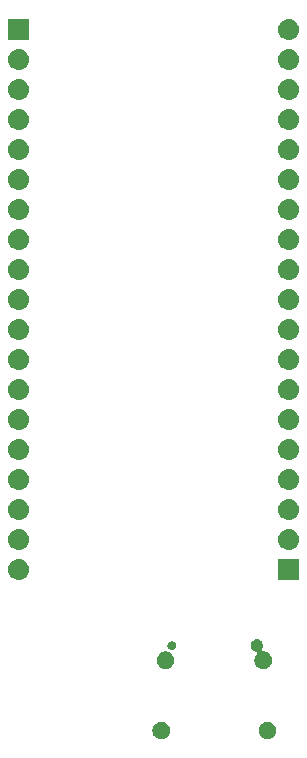
<source format=gbs>
G04 #@! TF.GenerationSoftware,KiCad,Pcbnew,(5.1.4-0-10_14)*
G04 #@! TF.CreationDate,2019-11-09T17:54:15-08:00*
G04 #@! TF.ProjectId,esp32-generic-board,65737033-322d-4676-956e-657269632d62,rev?*
G04 #@! TF.SameCoordinates,Original*
G04 #@! TF.FileFunction,Soldermask,Bot*
G04 #@! TF.FilePolarity,Negative*
%FSLAX46Y46*%
G04 Gerber Fmt 4.6, Leading zero omitted, Abs format (unit mm)*
G04 Created by KiCad (PCBNEW (5.1.4-0-10_14)) date 2019-11-09 17:54:15*
%MOMM*%
%LPD*%
G04 APERTURE LIST*
%ADD10C,0.100000*%
G04 APERTURE END LIST*
D10*
G36*
X22552559Y-59902860D02*
G01*
X22689232Y-59959472D01*
X22812235Y-60041660D01*
X22916840Y-60146265D01*
X22999028Y-60269268D01*
X23055640Y-60405941D01*
X23084500Y-60551033D01*
X23084500Y-60698967D01*
X23055640Y-60844059D01*
X22999028Y-60980732D01*
X22916840Y-61103735D01*
X22812235Y-61208340D01*
X22689232Y-61290528D01*
X22689231Y-61290529D01*
X22689230Y-61290529D01*
X22552559Y-61347140D01*
X22407468Y-61376000D01*
X22259532Y-61376000D01*
X22114441Y-61347140D01*
X21977770Y-61290529D01*
X21977769Y-61290529D01*
X21977768Y-61290528D01*
X21854765Y-61208340D01*
X21750160Y-61103735D01*
X21667972Y-60980732D01*
X21611360Y-60844059D01*
X21582500Y-60698967D01*
X21582500Y-60551033D01*
X21611360Y-60405941D01*
X21667972Y-60269268D01*
X21750160Y-60146265D01*
X21854765Y-60041660D01*
X21977768Y-59959472D01*
X22114441Y-59902860D01*
X22259532Y-59874000D01*
X22407468Y-59874000D01*
X22552559Y-59902860D01*
X22552559Y-59902860D01*
G37*
G36*
X13572559Y-59902860D02*
G01*
X13709232Y-59959472D01*
X13832235Y-60041660D01*
X13936840Y-60146265D01*
X14019028Y-60269268D01*
X14075640Y-60405941D01*
X14104500Y-60551033D01*
X14104500Y-60698967D01*
X14075640Y-60844059D01*
X14019028Y-60980732D01*
X13936840Y-61103735D01*
X13832235Y-61208340D01*
X13709232Y-61290528D01*
X13709231Y-61290529D01*
X13709230Y-61290529D01*
X13572559Y-61347140D01*
X13427468Y-61376000D01*
X13279532Y-61376000D01*
X13134441Y-61347140D01*
X12997770Y-61290529D01*
X12997769Y-61290529D01*
X12997768Y-61290528D01*
X12874765Y-61208340D01*
X12770160Y-61103735D01*
X12687972Y-60980732D01*
X12631360Y-60844059D01*
X12602500Y-60698967D01*
X12602500Y-60551033D01*
X12631360Y-60405941D01*
X12687972Y-60269268D01*
X12770160Y-60146265D01*
X12874765Y-60041660D01*
X12997768Y-59959472D01*
X13134441Y-59902860D01*
X13279532Y-59874000D01*
X13427468Y-59874000D01*
X13572559Y-59902860D01*
X13572559Y-59902860D01*
G37*
G36*
X21596928Y-52919213D02*
G01*
X21692653Y-52958864D01*
X21778805Y-53016429D01*
X21852071Y-53089695D01*
X21909636Y-53175847D01*
X21949287Y-53271572D01*
X21969500Y-53373192D01*
X21969500Y-53476808D01*
X21949287Y-53578428D01*
X21909635Y-53674156D01*
X21872618Y-53729556D01*
X21861067Y-53751166D01*
X21853954Y-53774615D01*
X21851552Y-53799001D01*
X21853954Y-53823387D01*
X21861067Y-53846836D01*
X21872618Y-53868447D01*
X21888164Y-53887389D01*
X21907106Y-53902934D01*
X21928716Y-53914485D01*
X21952165Y-53921598D01*
X21976551Y-53924000D01*
X22047468Y-53924000D01*
X22192559Y-53952860D01*
X22303869Y-53998966D01*
X22329232Y-54009472D01*
X22452235Y-54091660D01*
X22556840Y-54196265D01*
X22639028Y-54319268D01*
X22695640Y-54455941D01*
X22724500Y-54601033D01*
X22724500Y-54748967D01*
X22695640Y-54894059D01*
X22639028Y-55030732D01*
X22556840Y-55153735D01*
X22452235Y-55258340D01*
X22329232Y-55340528D01*
X22329231Y-55340529D01*
X22329230Y-55340529D01*
X22192559Y-55397140D01*
X22047468Y-55426000D01*
X21899532Y-55426000D01*
X21754441Y-55397140D01*
X21617770Y-55340529D01*
X21617769Y-55340529D01*
X21617768Y-55340528D01*
X21494765Y-55258340D01*
X21390160Y-55153735D01*
X21307972Y-55030732D01*
X21251360Y-54894059D01*
X21222500Y-54748967D01*
X21222500Y-54601033D01*
X21251360Y-54455941D01*
X21307972Y-54319268D01*
X21390160Y-54196265D01*
X21429631Y-54156794D01*
X21445171Y-54137858D01*
X21456722Y-54116247D01*
X21463835Y-54092798D01*
X21466237Y-54068412D01*
X21463835Y-54044026D01*
X21456722Y-54020577D01*
X21445171Y-53998966D01*
X21429626Y-53980024D01*
X21410684Y-53964479D01*
X21389073Y-53952928D01*
X21365624Y-53945815D01*
X21290073Y-53930787D01*
X21194347Y-53891136D01*
X21108195Y-53833571D01*
X21034929Y-53760305D01*
X20977364Y-53674153D01*
X20937713Y-53578428D01*
X20917500Y-53476808D01*
X20917500Y-53373192D01*
X20937713Y-53271572D01*
X20977364Y-53175847D01*
X21034929Y-53089695D01*
X21108195Y-53016429D01*
X21194347Y-52958864D01*
X21290072Y-52919213D01*
X21391692Y-52899000D01*
X21495308Y-52899000D01*
X21596928Y-52919213D01*
X21596928Y-52919213D01*
G37*
G36*
X14033763Y-53918960D02*
G01*
X14036165Y-53943346D01*
X14043278Y-53966795D01*
X14054830Y-53988406D01*
X14070375Y-54007347D01*
X14089314Y-54022890D01*
X14192235Y-54091660D01*
X14296840Y-54196265D01*
X14379028Y-54319268D01*
X14435640Y-54455941D01*
X14464500Y-54601033D01*
X14464500Y-54748967D01*
X14435640Y-54894059D01*
X14379028Y-55030732D01*
X14296840Y-55153735D01*
X14192235Y-55258340D01*
X14069232Y-55340528D01*
X14069231Y-55340529D01*
X14069230Y-55340529D01*
X13932559Y-55397140D01*
X13787468Y-55426000D01*
X13639532Y-55426000D01*
X13494441Y-55397140D01*
X13357770Y-55340529D01*
X13357769Y-55340529D01*
X13357768Y-55340528D01*
X13234765Y-55258340D01*
X13130160Y-55153735D01*
X13047972Y-55030732D01*
X12991360Y-54894059D01*
X12962500Y-54748967D01*
X12962500Y-54601033D01*
X12991360Y-54455941D01*
X13047972Y-54319268D01*
X13130160Y-54196265D01*
X13234765Y-54091660D01*
X13357768Y-54009472D01*
X13383132Y-53998966D01*
X13494441Y-53952860D01*
X13639532Y-53924000D01*
X13787468Y-53924000D01*
X13920172Y-53950396D01*
X13944558Y-53952798D01*
X13968945Y-53950396D01*
X13992393Y-53943283D01*
X14014004Y-53931732D01*
X14032946Y-53916186D01*
X14034185Y-53914676D01*
X14033763Y-53918960D01*
X14033763Y-53918960D01*
G37*
G36*
X14353172Y-53063449D02*
G01*
X14353174Y-53063450D01*
X14353175Y-53063450D01*
X14421603Y-53091793D01*
X14483186Y-53132942D01*
X14535558Y-53185314D01*
X14576707Y-53246897D01*
X14586927Y-53271572D01*
X14605051Y-53315328D01*
X14619500Y-53387966D01*
X14619500Y-53462034D01*
X14616562Y-53476806D01*
X14605050Y-53534675D01*
X14576707Y-53603103D01*
X14535558Y-53664686D01*
X14483186Y-53717058D01*
X14421603Y-53758207D01*
X14353175Y-53786550D01*
X14353174Y-53786550D01*
X14353172Y-53786551D01*
X14280534Y-53801000D01*
X14206465Y-53801000D01*
X14183147Y-53796362D01*
X14158761Y-53793960D01*
X14134375Y-53796362D01*
X14110926Y-53803475D01*
X14089315Y-53815027D01*
X14070374Y-53830572D01*
X14069135Y-53832082D01*
X14069557Y-53827799D01*
X14067155Y-53803412D01*
X14060042Y-53779964D01*
X14048491Y-53758353D01*
X14032945Y-53739411D01*
X14014003Y-53723866D01*
X14003817Y-53717060D01*
X14003814Y-53717058D01*
X13951442Y-53664686D01*
X13910293Y-53603103D01*
X13881950Y-53534675D01*
X13870439Y-53476806D01*
X13867500Y-53462034D01*
X13867500Y-53387966D01*
X13881949Y-53315328D01*
X13900073Y-53271572D01*
X13910293Y-53246897D01*
X13951442Y-53185314D01*
X14003814Y-53132942D01*
X14065397Y-53091793D01*
X14133825Y-53063450D01*
X14133826Y-53063450D01*
X14133828Y-53063449D01*
X14206466Y-53049000D01*
X14280534Y-53049000D01*
X14353172Y-53063449D01*
X14353172Y-53063449D01*
G37*
G36*
X25031000Y-47891000D02*
G01*
X23229000Y-47891000D01*
X23229000Y-46089000D01*
X25031000Y-46089000D01*
X25031000Y-47891000D01*
X25031000Y-47891000D01*
G37*
G36*
X1380442Y-46095518D02*
G01*
X1446627Y-46102037D01*
X1616466Y-46153557D01*
X1772991Y-46237222D01*
X1808729Y-46266552D01*
X1910186Y-46349814D01*
X1993448Y-46451271D01*
X2022778Y-46487009D01*
X2106443Y-46643534D01*
X2157963Y-46813373D01*
X2175359Y-46990000D01*
X2157963Y-47166627D01*
X2106443Y-47336466D01*
X2022778Y-47492991D01*
X1993448Y-47528729D01*
X1910186Y-47630186D01*
X1808729Y-47713448D01*
X1772991Y-47742778D01*
X1616466Y-47826443D01*
X1446627Y-47877963D01*
X1380443Y-47884481D01*
X1314260Y-47891000D01*
X1225740Y-47891000D01*
X1159557Y-47884481D01*
X1093373Y-47877963D01*
X923534Y-47826443D01*
X767009Y-47742778D01*
X731271Y-47713448D01*
X629814Y-47630186D01*
X546552Y-47528729D01*
X517222Y-47492991D01*
X433557Y-47336466D01*
X382037Y-47166627D01*
X364641Y-46990000D01*
X382037Y-46813373D01*
X433557Y-46643534D01*
X517222Y-46487009D01*
X546552Y-46451271D01*
X629814Y-46349814D01*
X731271Y-46266552D01*
X767009Y-46237222D01*
X923534Y-46153557D01*
X1093373Y-46102037D01*
X1159558Y-46095518D01*
X1225740Y-46089000D01*
X1314260Y-46089000D01*
X1380442Y-46095518D01*
X1380442Y-46095518D01*
G37*
G36*
X1380443Y-43555519D02*
G01*
X1446627Y-43562037D01*
X1616466Y-43613557D01*
X1772991Y-43697222D01*
X1808729Y-43726552D01*
X1910186Y-43809814D01*
X1993448Y-43911271D01*
X2022778Y-43947009D01*
X2106443Y-44103534D01*
X2157963Y-44273373D01*
X2175359Y-44450000D01*
X2157963Y-44626627D01*
X2106443Y-44796466D01*
X2022778Y-44952991D01*
X1993448Y-44988729D01*
X1910186Y-45090186D01*
X1808729Y-45173448D01*
X1772991Y-45202778D01*
X1616466Y-45286443D01*
X1446627Y-45337963D01*
X1380442Y-45344482D01*
X1314260Y-45351000D01*
X1225740Y-45351000D01*
X1159558Y-45344482D01*
X1093373Y-45337963D01*
X923534Y-45286443D01*
X767009Y-45202778D01*
X731271Y-45173448D01*
X629814Y-45090186D01*
X546552Y-44988729D01*
X517222Y-44952991D01*
X433557Y-44796466D01*
X382037Y-44626627D01*
X364641Y-44450000D01*
X382037Y-44273373D01*
X433557Y-44103534D01*
X517222Y-43947009D01*
X546552Y-43911271D01*
X629814Y-43809814D01*
X731271Y-43726552D01*
X767009Y-43697222D01*
X923534Y-43613557D01*
X1093373Y-43562037D01*
X1159557Y-43555519D01*
X1225740Y-43549000D01*
X1314260Y-43549000D01*
X1380443Y-43555519D01*
X1380443Y-43555519D01*
G37*
G36*
X24240443Y-43555519D02*
G01*
X24306627Y-43562037D01*
X24476466Y-43613557D01*
X24632991Y-43697222D01*
X24668729Y-43726552D01*
X24770186Y-43809814D01*
X24853448Y-43911271D01*
X24882778Y-43947009D01*
X24966443Y-44103534D01*
X25017963Y-44273373D01*
X25035359Y-44450000D01*
X25017963Y-44626627D01*
X24966443Y-44796466D01*
X24882778Y-44952991D01*
X24853448Y-44988729D01*
X24770186Y-45090186D01*
X24668729Y-45173448D01*
X24632991Y-45202778D01*
X24476466Y-45286443D01*
X24306627Y-45337963D01*
X24240442Y-45344482D01*
X24174260Y-45351000D01*
X24085740Y-45351000D01*
X24019558Y-45344482D01*
X23953373Y-45337963D01*
X23783534Y-45286443D01*
X23627009Y-45202778D01*
X23591271Y-45173448D01*
X23489814Y-45090186D01*
X23406552Y-44988729D01*
X23377222Y-44952991D01*
X23293557Y-44796466D01*
X23242037Y-44626627D01*
X23224641Y-44450000D01*
X23242037Y-44273373D01*
X23293557Y-44103534D01*
X23377222Y-43947009D01*
X23406552Y-43911271D01*
X23489814Y-43809814D01*
X23591271Y-43726552D01*
X23627009Y-43697222D01*
X23783534Y-43613557D01*
X23953373Y-43562037D01*
X24019557Y-43555519D01*
X24085740Y-43549000D01*
X24174260Y-43549000D01*
X24240443Y-43555519D01*
X24240443Y-43555519D01*
G37*
G36*
X1380442Y-41015518D02*
G01*
X1446627Y-41022037D01*
X1616466Y-41073557D01*
X1772991Y-41157222D01*
X1808729Y-41186552D01*
X1910186Y-41269814D01*
X1993448Y-41371271D01*
X2022778Y-41407009D01*
X2106443Y-41563534D01*
X2157963Y-41733373D01*
X2175359Y-41910000D01*
X2157963Y-42086627D01*
X2106443Y-42256466D01*
X2022778Y-42412991D01*
X1993448Y-42448729D01*
X1910186Y-42550186D01*
X1808729Y-42633448D01*
X1772991Y-42662778D01*
X1616466Y-42746443D01*
X1446627Y-42797963D01*
X1380443Y-42804481D01*
X1314260Y-42811000D01*
X1225740Y-42811000D01*
X1159557Y-42804481D01*
X1093373Y-42797963D01*
X923534Y-42746443D01*
X767009Y-42662778D01*
X731271Y-42633448D01*
X629814Y-42550186D01*
X546552Y-42448729D01*
X517222Y-42412991D01*
X433557Y-42256466D01*
X382037Y-42086627D01*
X364641Y-41910000D01*
X382037Y-41733373D01*
X433557Y-41563534D01*
X517222Y-41407009D01*
X546552Y-41371271D01*
X629814Y-41269814D01*
X731271Y-41186552D01*
X767009Y-41157222D01*
X923534Y-41073557D01*
X1093373Y-41022037D01*
X1159558Y-41015518D01*
X1225740Y-41009000D01*
X1314260Y-41009000D01*
X1380442Y-41015518D01*
X1380442Y-41015518D01*
G37*
G36*
X24240442Y-41015518D02*
G01*
X24306627Y-41022037D01*
X24476466Y-41073557D01*
X24632991Y-41157222D01*
X24668729Y-41186552D01*
X24770186Y-41269814D01*
X24853448Y-41371271D01*
X24882778Y-41407009D01*
X24966443Y-41563534D01*
X25017963Y-41733373D01*
X25035359Y-41910000D01*
X25017963Y-42086627D01*
X24966443Y-42256466D01*
X24882778Y-42412991D01*
X24853448Y-42448729D01*
X24770186Y-42550186D01*
X24668729Y-42633448D01*
X24632991Y-42662778D01*
X24476466Y-42746443D01*
X24306627Y-42797963D01*
X24240443Y-42804481D01*
X24174260Y-42811000D01*
X24085740Y-42811000D01*
X24019557Y-42804481D01*
X23953373Y-42797963D01*
X23783534Y-42746443D01*
X23627009Y-42662778D01*
X23591271Y-42633448D01*
X23489814Y-42550186D01*
X23406552Y-42448729D01*
X23377222Y-42412991D01*
X23293557Y-42256466D01*
X23242037Y-42086627D01*
X23224641Y-41910000D01*
X23242037Y-41733373D01*
X23293557Y-41563534D01*
X23377222Y-41407009D01*
X23406552Y-41371271D01*
X23489814Y-41269814D01*
X23591271Y-41186552D01*
X23627009Y-41157222D01*
X23783534Y-41073557D01*
X23953373Y-41022037D01*
X24019558Y-41015518D01*
X24085740Y-41009000D01*
X24174260Y-41009000D01*
X24240442Y-41015518D01*
X24240442Y-41015518D01*
G37*
G36*
X1380443Y-38475519D02*
G01*
X1446627Y-38482037D01*
X1616466Y-38533557D01*
X1772991Y-38617222D01*
X1808729Y-38646552D01*
X1910186Y-38729814D01*
X1993448Y-38831271D01*
X2022778Y-38867009D01*
X2106443Y-39023534D01*
X2157963Y-39193373D01*
X2175359Y-39370000D01*
X2157963Y-39546627D01*
X2106443Y-39716466D01*
X2022778Y-39872991D01*
X1993448Y-39908729D01*
X1910186Y-40010186D01*
X1808729Y-40093448D01*
X1772991Y-40122778D01*
X1616466Y-40206443D01*
X1446627Y-40257963D01*
X1380443Y-40264481D01*
X1314260Y-40271000D01*
X1225740Y-40271000D01*
X1159557Y-40264481D01*
X1093373Y-40257963D01*
X923534Y-40206443D01*
X767009Y-40122778D01*
X731271Y-40093448D01*
X629814Y-40010186D01*
X546552Y-39908729D01*
X517222Y-39872991D01*
X433557Y-39716466D01*
X382037Y-39546627D01*
X364641Y-39370000D01*
X382037Y-39193373D01*
X433557Y-39023534D01*
X517222Y-38867009D01*
X546552Y-38831271D01*
X629814Y-38729814D01*
X731271Y-38646552D01*
X767009Y-38617222D01*
X923534Y-38533557D01*
X1093373Y-38482037D01*
X1159557Y-38475519D01*
X1225740Y-38469000D01*
X1314260Y-38469000D01*
X1380443Y-38475519D01*
X1380443Y-38475519D01*
G37*
G36*
X24240443Y-38475519D02*
G01*
X24306627Y-38482037D01*
X24476466Y-38533557D01*
X24632991Y-38617222D01*
X24668729Y-38646552D01*
X24770186Y-38729814D01*
X24853448Y-38831271D01*
X24882778Y-38867009D01*
X24966443Y-39023534D01*
X25017963Y-39193373D01*
X25035359Y-39370000D01*
X25017963Y-39546627D01*
X24966443Y-39716466D01*
X24882778Y-39872991D01*
X24853448Y-39908729D01*
X24770186Y-40010186D01*
X24668729Y-40093448D01*
X24632991Y-40122778D01*
X24476466Y-40206443D01*
X24306627Y-40257963D01*
X24240443Y-40264481D01*
X24174260Y-40271000D01*
X24085740Y-40271000D01*
X24019557Y-40264481D01*
X23953373Y-40257963D01*
X23783534Y-40206443D01*
X23627009Y-40122778D01*
X23591271Y-40093448D01*
X23489814Y-40010186D01*
X23406552Y-39908729D01*
X23377222Y-39872991D01*
X23293557Y-39716466D01*
X23242037Y-39546627D01*
X23224641Y-39370000D01*
X23242037Y-39193373D01*
X23293557Y-39023534D01*
X23377222Y-38867009D01*
X23406552Y-38831271D01*
X23489814Y-38729814D01*
X23591271Y-38646552D01*
X23627009Y-38617222D01*
X23783534Y-38533557D01*
X23953373Y-38482037D01*
X24019557Y-38475519D01*
X24085740Y-38469000D01*
X24174260Y-38469000D01*
X24240443Y-38475519D01*
X24240443Y-38475519D01*
G37*
G36*
X1380442Y-35935518D02*
G01*
X1446627Y-35942037D01*
X1616466Y-35993557D01*
X1772991Y-36077222D01*
X1808729Y-36106552D01*
X1910186Y-36189814D01*
X1993448Y-36291271D01*
X2022778Y-36327009D01*
X2106443Y-36483534D01*
X2157963Y-36653373D01*
X2175359Y-36830000D01*
X2157963Y-37006627D01*
X2106443Y-37176466D01*
X2022778Y-37332991D01*
X1993448Y-37368729D01*
X1910186Y-37470186D01*
X1808729Y-37553448D01*
X1772991Y-37582778D01*
X1616466Y-37666443D01*
X1446627Y-37717963D01*
X1380443Y-37724481D01*
X1314260Y-37731000D01*
X1225740Y-37731000D01*
X1159557Y-37724481D01*
X1093373Y-37717963D01*
X923534Y-37666443D01*
X767009Y-37582778D01*
X731271Y-37553448D01*
X629814Y-37470186D01*
X546552Y-37368729D01*
X517222Y-37332991D01*
X433557Y-37176466D01*
X382037Y-37006627D01*
X364641Y-36830000D01*
X382037Y-36653373D01*
X433557Y-36483534D01*
X517222Y-36327009D01*
X546552Y-36291271D01*
X629814Y-36189814D01*
X731271Y-36106552D01*
X767009Y-36077222D01*
X923534Y-35993557D01*
X1093373Y-35942037D01*
X1159558Y-35935518D01*
X1225740Y-35929000D01*
X1314260Y-35929000D01*
X1380442Y-35935518D01*
X1380442Y-35935518D01*
G37*
G36*
X24240442Y-35935518D02*
G01*
X24306627Y-35942037D01*
X24476466Y-35993557D01*
X24632991Y-36077222D01*
X24668729Y-36106552D01*
X24770186Y-36189814D01*
X24853448Y-36291271D01*
X24882778Y-36327009D01*
X24966443Y-36483534D01*
X25017963Y-36653373D01*
X25035359Y-36830000D01*
X25017963Y-37006627D01*
X24966443Y-37176466D01*
X24882778Y-37332991D01*
X24853448Y-37368729D01*
X24770186Y-37470186D01*
X24668729Y-37553448D01*
X24632991Y-37582778D01*
X24476466Y-37666443D01*
X24306627Y-37717963D01*
X24240443Y-37724481D01*
X24174260Y-37731000D01*
X24085740Y-37731000D01*
X24019557Y-37724481D01*
X23953373Y-37717963D01*
X23783534Y-37666443D01*
X23627009Y-37582778D01*
X23591271Y-37553448D01*
X23489814Y-37470186D01*
X23406552Y-37368729D01*
X23377222Y-37332991D01*
X23293557Y-37176466D01*
X23242037Y-37006627D01*
X23224641Y-36830000D01*
X23242037Y-36653373D01*
X23293557Y-36483534D01*
X23377222Y-36327009D01*
X23406552Y-36291271D01*
X23489814Y-36189814D01*
X23591271Y-36106552D01*
X23627009Y-36077222D01*
X23783534Y-35993557D01*
X23953373Y-35942037D01*
X24019558Y-35935518D01*
X24085740Y-35929000D01*
X24174260Y-35929000D01*
X24240442Y-35935518D01*
X24240442Y-35935518D01*
G37*
G36*
X1380442Y-33395518D02*
G01*
X1446627Y-33402037D01*
X1616466Y-33453557D01*
X1772991Y-33537222D01*
X1808729Y-33566552D01*
X1910186Y-33649814D01*
X1993448Y-33751271D01*
X2022778Y-33787009D01*
X2106443Y-33943534D01*
X2157963Y-34113373D01*
X2175359Y-34290000D01*
X2157963Y-34466627D01*
X2106443Y-34636466D01*
X2022778Y-34792991D01*
X1993448Y-34828729D01*
X1910186Y-34930186D01*
X1808729Y-35013448D01*
X1772991Y-35042778D01*
X1616466Y-35126443D01*
X1446627Y-35177963D01*
X1380442Y-35184482D01*
X1314260Y-35191000D01*
X1225740Y-35191000D01*
X1159558Y-35184482D01*
X1093373Y-35177963D01*
X923534Y-35126443D01*
X767009Y-35042778D01*
X731271Y-35013448D01*
X629814Y-34930186D01*
X546552Y-34828729D01*
X517222Y-34792991D01*
X433557Y-34636466D01*
X382037Y-34466627D01*
X364641Y-34290000D01*
X382037Y-34113373D01*
X433557Y-33943534D01*
X517222Y-33787009D01*
X546552Y-33751271D01*
X629814Y-33649814D01*
X731271Y-33566552D01*
X767009Y-33537222D01*
X923534Y-33453557D01*
X1093373Y-33402037D01*
X1159558Y-33395518D01*
X1225740Y-33389000D01*
X1314260Y-33389000D01*
X1380442Y-33395518D01*
X1380442Y-33395518D01*
G37*
G36*
X24240442Y-33395518D02*
G01*
X24306627Y-33402037D01*
X24476466Y-33453557D01*
X24632991Y-33537222D01*
X24668729Y-33566552D01*
X24770186Y-33649814D01*
X24853448Y-33751271D01*
X24882778Y-33787009D01*
X24966443Y-33943534D01*
X25017963Y-34113373D01*
X25035359Y-34290000D01*
X25017963Y-34466627D01*
X24966443Y-34636466D01*
X24882778Y-34792991D01*
X24853448Y-34828729D01*
X24770186Y-34930186D01*
X24668729Y-35013448D01*
X24632991Y-35042778D01*
X24476466Y-35126443D01*
X24306627Y-35177963D01*
X24240442Y-35184482D01*
X24174260Y-35191000D01*
X24085740Y-35191000D01*
X24019558Y-35184482D01*
X23953373Y-35177963D01*
X23783534Y-35126443D01*
X23627009Y-35042778D01*
X23591271Y-35013448D01*
X23489814Y-34930186D01*
X23406552Y-34828729D01*
X23377222Y-34792991D01*
X23293557Y-34636466D01*
X23242037Y-34466627D01*
X23224641Y-34290000D01*
X23242037Y-34113373D01*
X23293557Y-33943534D01*
X23377222Y-33787009D01*
X23406552Y-33751271D01*
X23489814Y-33649814D01*
X23591271Y-33566552D01*
X23627009Y-33537222D01*
X23783534Y-33453557D01*
X23953373Y-33402037D01*
X24019558Y-33395518D01*
X24085740Y-33389000D01*
X24174260Y-33389000D01*
X24240442Y-33395518D01*
X24240442Y-33395518D01*
G37*
G36*
X1380443Y-30855519D02*
G01*
X1446627Y-30862037D01*
X1616466Y-30913557D01*
X1772991Y-30997222D01*
X1808729Y-31026552D01*
X1910186Y-31109814D01*
X1993448Y-31211271D01*
X2022778Y-31247009D01*
X2106443Y-31403534D01*
X2157963Y-31573373D01*
X2175359Y-31750000D01*
X2157963Y-31926627D01*
X2106443Y-32096466D01*
X2022778Y-32252991D01*
X1993448Y-32288729D01*
X1910186Y-32390186D01*
X1808729Y-32473448D01*
X1772991Y-32502778D01*
X1616466Y-32586443D01*
X1446627Y-32637963D01*
X1380442Y-32644482D01*
X1314260Y-32651000D01*
X1225740Y-32651000D01*
X1159558Y-32644482D01*
X1093373Y-32637963D01*
X923534Y-32586443D01*
X767009Y-32502778D01*
X731271Y-32473448D01*
X629814Y-32390186D01*
X546552Y-32288729D01*
X517222Y-32252991D01*
X433557Y-32096466D01*
X382037Y-31926627D01*
X364641Y-31750000D01*
X382037Y-31573373D01*
X433557Y-31403534D01*
X517222Y-31247009D01*
X546552Y-31211271D01*
X629814Y-31109814D01*
X731271Y-31026552D01*
X767009Y-30997222D01*
X923534Y-30913557D01*
X1093373Y-30862037D01*
X1159557Y-30855519D01*
X1225740Y-30849000D01*
X1314260Y-30849000D01*
X1380443Y-30855519D01*
X1380443Y-30855519D01*
G37*
G36*
X24240443Y-30855519D02*
G01*
X24306627Y-30862037D01*
X24476466Y-30913557D01*
X24632991Y-30997222D01*
X24668729Y-31026552D01*
X24770186Y-31109814D01*
X24853448Y-31211271D01*
X24882778Y-31247009D01*
X24966443Y-31403534D01*
X25017963Y-31573373D01*
X25035359Y-31750000D01*
X25017963Y-31926627D01*
X24966443Y-32096466D01*
X24882778Y-32252991D01*
X24853448Y-32288729D01*
X24770186Y-32390186D01*
X24668729Y-32473448D01*
X24632991Y-32502778D01*
X24476466Y-32586443D01*
X24306627Y-32637963D01*
X24240442Y-32644482D01*
X24174260Y-32651000D01*
X24085740Y-32651000D01*
X24019558Y-32644482D01*
X23953373Y-32637963D01*
X23783534Y-32586443D01*
X23627009Y-32502778D01*
X23591271Y-32473448D01*
X23489814Y-32390186D01*
X23406552Y-32288729D01*
X23377222Y-32252991D01*
X23293557Y-32096466D01*
X23242037Y-31926627D01*
X23224641Y-31750000D01*
X23242037Y-31573373D01*
X23293557Y-31403534D01*
X23377222Y-31247009D01*
X23406552Y-31211271D01*
X23489814Y-31109814D01*
X23591271Y-31026552D01*
X23627009Y-30997222D01*
X23783534Y-30913557D01*
X23953373Y-30862037D01*
X24019557Y-30855519D01*
X24085740Y-30849000D01*
X24174260Y-30849000D01*
X24240443Y-30855519D01*
X24240443Y-30855519D01*
G37*
G36*
X24240442Y-28315518D02*
G01*
X24306627Y-28322037D01*
X24476466Y-28373557D01*
X24632991Y-28457222D01*
X24668729Y-28486552D01*
X24770186Y-28569814D01*
X24853448Y-28671271D01*
X24882778Y-28707009D01*
X24966443Y-28863534D01*
X25017963Y-29033373D01*
X25035359Y-29210000D01*
X25017963Y-29386627D01*
X24966443Y-29556466D01*
X24882778Y-29712991D01*
X24853448Y-29748729D01*
X24770186Y-29850186D01*
X24668729Y-29933448D01*
X24632991Y-29962778D01*
X24476466Y-30046443D01*
X24306627Y-30097963D01*
X24240442Y-30104482D01*
X24174260Y-30111000D01*
X24085740Y-30111000D01*
X24019558Y-30104482D01*
X23953373Y-30097963D01*
X23783534Y-30046443D01*
X23627009Y-29962778D01*
X23591271Y-29933448D01*
X23489814Y-29850186D01*
X23406552Y-29748729D01*
X23377222Y-29712991D01*
X23293557Y-29556466D01*
X23242037Y-29386627D01*
X23224641Y-29210000D01*
X23242037Y-29033373D01*
X23293557Y-28863534D01*
X23377222Y-28707009D01*
X23406552Y-28671271D01*
X23489814Y-28569814D01*
X23591271Y-28486552D01*
X23627009Y-28457222D01*
X23783534Y-28373557D01*
X23953373Y-28322037D01*
X24019558Y-28315518D01*
X24085740Y-28309000D01*
X24174260Y-28309000D01*
X24240442Y-28315518D01*
X24240442Y-28315518D01*
G37*
G36*
X1380442Y-28315518D02*
G01*
X1446627Y-28322037D01*
X1616466Y-28373557D01*
X1772991Y-28457222D01*
X1808729Y-28486552D01*
X1910186Y-28569814D01*
X1993448Y-28671271D01*
X2022778Y-28707009D01*
X2106443Y-28863534D01*
X2157963Y-29033373D01*
X2175359Y-29210000D01*
X2157963Y-29386627D01*
X2106443Y-29556466D01*
X2022778Y-29712991D01*
X1993448Y-29748729D01*
X1910186Y-29850186D01*
X1808729Y-29933448D01*
X1772991Y-29962778D01*
X1616466Y-30046443D01*
X1446627Y-30097963D01*
X1380442Y-30104482D01*
X1314260Y-30111000D01*
X1225740Y-30111000D01*
X1159558Y-30104482D01*
X1093373Y-30097963D01*
X923534Y-30046443D01*
X767009Y-29962778D01*
X731271Y-29933448D01*
X629814Y-29850186D01*
X546552Y-29748729D01*
X517222Y-29712991D01*
X433557Y-29556466D01*
X382037Y-29386627D01*
X364641Y-29210000D01*
X382037Y-29033373D01*
X433557Y-28863534D01*
X517222Y-28707009D01*
X546552Y-28671271D01*
X629814Y-28569814D01*
X731271Y-28486552D01*
X767009Y-28457222D01*
X923534Y-28373557D01*
X1093373Y-28322037D01*
X1159558Y-28315518D01*
X1225740Y-28309000D01*
X1314260Y-28309000D01*
X1380442Y-28315518D01*
X1380442Y-28315518D01*
G37*
G36*
X24240442Y-25775518D02*
G01*
X24306627Y-25782037D01*
X24476466Y-25833557D01*
X24632991Y-25917222D01*
X24668729Y-25946552D01*
X24770186Y-26029814D01*
X24853448Y-26131271D01*
X24882778Y-26167009D01*
X24966443Y-26323534D01*
X25017963Y-26493373D01*
X25035359Y-26670000D01*
X25017963Y-26846627D01*
X24966443Y-27016466D01*
X24882778Y-27172991D01*
X24853448Y-27208729D01*
X24770186Y-27310186D01*
X24668729Y-27393448D01*
X24632991Y-27422778D01*
X24476466Y-27506443D01*
X24306627Y-27557963D01*
X24240442Y-27564482D01*
X24174260Y-27571000D01*
X24085740Y-27571000D01*
X24019558Y-27564482D01*
X23953373Y-27557963D01*
X23783534Y-27506443D01*
X23627009Y-27422778D01*
X23591271Y-27393448D01*
X23489814Y-27310186D01*
X23406552Y-27208729D01*
X23377222Y-27172991D01*
X23293557Y-27016466D01*
X23242037Y-26846627D01*
X23224641Y-26670000D01*
X23242037Y-26493373D01*
X23293557Y-26323534D01*
X23377222Y-26167009D01*
X23406552Y-26131271D01*
X23489814Y-26029814D01*
X23591271Y-25946552D01*
X23627009Y-25917222D01*
X23783534Y-25833557D01*
X23953373Y-25782037D01*
X24019557Y-25775519D01*
X24085740Y-25769000D01*
X24174260Y-25769000D01*
X24240442Y-25775518D01*
X24240442Y-25775518D01*
G37*
G36*
X1380442Y-25775518D02*
G01*
X1446627Y-25782037D01*
X1616466Y-25833557D01*
X1772991Y-25917222D01*
X1808729Y-25946552D01*
X1910186Y-26029814D01*
X1993448Y-26131271D01*
X2022778Y-26167009D01*
X2106443Y-26323534D01*
X2157963Y-26493373D01*
X2175359Y-26670000D01*
X2157963Y-26846627D01*
X2106443Y-27016466D01*
X2022778Y-27172991D01*
X1993448Y-27208729D01*
X1910186Y-27310186D01*
X1808729Y-27393448D01*
X1772991Y-27422778D01*
X1616466Y-27506443D01*
X1446627Y-27557963D01*
X1380442Y-27564482D01*
X1314260Y-27571000D01*
X1225740Y-27571000D01*
X1159558Y-27564482D01*
X1093373Y-27557963D01*
X923534Y-27506443D01*
X767009Y-27422778D01*
X731271Y-27393448D01*
X629814Y-27310186D01*
X546552Y-27208729D01*
X517222Y-27172991D01*
X433557Y-27016466D01*
X382037Y-26846627D01*
X364641Y-26670000D01*
X382037Y-26493373D01*
X433557Y-26323534D01*
X517222Y-26167009D01*
X546552Y-26131271D01*
X629814Y-26029814D01*
X731271Y-25946552D01*
X767009Y-25917222D01*
X923534Y-25833557D01*
X1093373Y-25782037D01*
X1159558Y-25775518D01*
X1225740Y-25769000D01*
X1314260Y-25769000D01*
X1380442Y-25775518D01*
X1380442Y-25775518D01*
G37*
G36*
X24240442Y-23235518D02*
G01*
X24306627Y-23242037D01*
X24476466Y-23293557D01*
X24632991Y-23377222D01*
X24668729Y-23406552D01*
X24770186Y-23489814D01*
X24853448Y-23591271D01*
X24882778Y-23627009D01*
X24966443Y-23783534D01*
X25017963Y-23953373D01*
X25035359Y-24130000D01*
X25017963Y-24306627D01*
X24966443Y-24476466D01*
X24882778Y-24632991D01*
X24853448Y-24668729D01*
X24770186Y-24770186D01*
X24668729Y-24853448D01*
X24632991Y-24882778D01*
X24476466Y-24966443D01*
X24306627Y-25017963D01*
X24240443Y-25024481D01*
X24174260Y-25031000D01*
X24085740Y-25031000D01*
X24019557Y-25024481D01*
X23953373Y-25017963D01*
X23783534Y-24966443D01*
X23627009Y-24882778D01*
X23591271Y-24853448D01*
X23489814Y-24770186D01*
X23406552Y-24668729D01*
X23377222Y-24632991D01*
X23293557Y-24476466D01*
X23242037Y-24306627D01*
X23224641Y-24130000D01*
X23242037Y-23953373D01*
X23293557Y-23783534D01*
X23377222Y-23627009D01*
X23406552Y-23591271D01*
X23489814Y-23489814D01*
X23591271Y-23406552D01*
X23627009Y-23377222D01*
X23783534Y-23293557D01*
X23953373Y-23242037D01*
X24019558Y-23235518D01*
X24085740Y-23229000D01*
X24174260Y-23229000D01*
X24240442Y-23235518D01*
X24240442Y-23235518D01*
G37*
G36*
X1380442Y-23235518D02*
G01*
X1446627Y-23242037D01*
X1616466Y-23293557D01*
X1772991Y-23377222D01*
X1808729Y-23406552D01*
X1910186Y-23489814D01*
X1993448Y-23591271D01*
X2022778Y-23627009D01*
X2106443Y-23783534D01*
X2157963Y-23953373D01*
X2175359Y-24130000D01*
X2157963Y-24306627D01*
X2106443Y-24476466D01*
X2022778Y-24632991D01*
X1993448Y-24668729D01*
X1910186Y-24770186D01*
X1808729Y-24853448D01*
X1772991Y-24882778D01*
X1616466Y-24966443D01*
X1446627Y-25017963D01*
X1380443Y-25024481D01*
X1314260Y-25031000D01*
X1225740Y-25031000D01*
X1159557Y-25024481D01*
X1093373Y-25017963D01*
X923534Y-24966443D01*
X767009Y-24882778D01*
X731271Y-24853448D01*
X629814Y-24770186D01*
X546552Y-24668729D01*
X517222Y-24632991D01*
X433557Y-24476466D01*
X382037Y-24306627D01*
X364641Y-24130000D01*
X382037Y-23953373D01*
X433557Y-23783534D01*
X517222Y-23627009D01*
X546552Y-23591271D01*
X629814Y-23489814D01*
X731271Y-23406552D01*
X767009Y-23377222D01*
X923534Y-23293557D01*
X1093373Y-23242037D01*
X1159558Y-23235518D01*
X1225740Y-23229000D01*
X1314260Y-23229000D01*
X1380442Y-23235518D01*
X1380442Y-23235518D01*
G37*
G36*
X24240443Y-20695519D02*
G01*
X24306627Y-20702037D01*
X24476466Y-20753557D01*
X24632991Y-20837222D01*
X24668729Y-20866552D01*
X24770186Y-20949814D01*
X24853448Y-21051271D01*
X24882778Y-21087009D01*
X24966443Y-21243534D01*
X25017963Y-21413373D01*
X25035359Y-21590000D01*
X25017963Y-21766627D01*
X24966443Y-21936466D01*
X24882778Y-22092991D01*
X24853448Y-22128729D01*
X24770186Y-22230186D01*
X24668729Y-22313448D01*
X24632991Y-22342778D01*
X24476466Y-22426443D01*
X24306627Y-22477963D01*
X24240442Y-22484482D01*
X24174260Y-22491000D01*
X24085740Y-22491000D01*
X24019558Y-22484482D01*
X23953373Y-22477963D01*
X23783534Y-22426443D01*
X23627009Y-22342778D01*
X23591271Y-22313448D01*
X23489814Y-22230186D01*
X23406552Y-22128729D01*
X23377222Y-22092991D01*
X23293557Y-21936466D01*
X23242037Y-21766627D01*
X23224641Y-21590000D01*
X23242037Y-21413373D01*
X23293557Y-21243534D01*
X23377222Y-21087009D01*
X23406552Y-21051271D01*
X23489814Y-20949814D01*
X23591271Y-20866552D01*
X23627009Y-20837222D01*
X23783534Y-20753557D01*
X23953373Y-20702037D01*
X24019557Y-20695519D01*
X24085740Y-20689000D01*
X24174260Y-20689000D01*
X24240443Y-20695519D01*
X24240443Y-20695519D01*
G37*
G36*
X1380443Y-20695519D02*
G01*
X1446627Y-20702037D01*
X1616466Y-20753557D01*
X1772991Y-20837222D01*
X1808729Y-20866552D01*
X1910186Y-20949814D01*
X1993448Y-21051271D01*
X2022778Y-21087009D01*
X2106443Y-21243534D01*
X2157963Y-21413373D01*
X2175359Y-21590000D01*
X2157963Y-21766627D01*
X2106443Y-21936466D01*
X2022778Y-22092991D01*
X1993448Y-22128729D01*
X1910186Y-22230186D01*
X1808729Y-22313448D01*
X1772991Y-22342778D01*
X1616466Y-22426443D01*
X1446627Y-22477963D01*
X1380442Y-22484482D01*
X1314260Y-22491000D01*
X1225740Y-22491000D01*
X1159558Y-22484482D01*
X1093373Y-22477963D01*
X923534Y-22426443D01*
X767009Y-22342778D01*
X731271Y-22313448D01*
X629814Y-22230186D01*
X546552Y-22128729D01*
X517222Y-22092991D01*
X433557Y-21936466D01*
X382037Y-21766627D01*
X364641Y-21590000D01*
X382037Y-21413373D01*
X433557Y-21243534D01*
X517222Y-21087009D01*
X546552Y-21051271D01*
X629814Y-20949814D01*
X731271Y-20866552D01*
X767009Y-20837222D01*
X923534Y-20753557D01*
X1093373Y-20702037D01*
X1159557Y-20695519D01*
X1225740Y-20689000D01*
X1314260Y-20689000D01*
X1380443Y-20695519D01*
X1380443Y-20695519D01*
G37*
G36*
X24240442Y-18155518D02*
G01*
X24306627Y-18162037D01*
X24476466Y-18213557D01*
X24632991Y-18297222D01*
X24668729Y-18326552D01*
X24770186Y-18409814D01*
X24853448Y-18511271D01*
X24882778Y-18547009D01*
X24966443Y-18703534D01*
X25017963Y-18873373D01*
X25035359Y-19050000D01*
X25017963Y-19226627D01*
X24966443Y-19396466D01*
X24882778Y-19552991D01*
X24853448Y-19588729D01*
X24770186Y-19690186D01*
X24668729Y-19773448D01*
X24632991Y-19802778D01*
X24476466Y-19886443D01*
X24306627Y-19937963D01*
X24240442Y-19944482D01*
X24174260Y-19951000D01*
X24085740Y-19951000D01*
X24019558Y-19944482D01*
X23953373Y-19937963D01*
X23783534Y-19886443D01*
X23627009Y-19802778D01*
X23591271Y-19773448D01*
X23489814Y-19690186D01*
X23406552Y-19588729D01*
X23377222Y-19552991D01*
X23293557Y-19396466D01*
X23242037Y-19226627D01*
X23224641Y-19050000D01*
X23242037Y-18873373D01*
X23293557Y-18703534D01*
X23377222Y-18547009D01*
X23406552Y-18511271D01*
X23489814Y-18409814D01*
X23591271Y-18326552D01*
X23627009Y-18297222D01*
X23783534Y-18213557D01*
X23953373Y-18162037D01*
X24019558Y-18155518D01*
X24085740Y-18149000D01*
X24174260Y-18149000D01*
X24240442Y-18155518D01*
X24240442Y-18155518D01*
G37*
G36*
X1380442Y-18155518D02*
G01*
X1446627Y-18162037D01*
X1616466Y-18213557D01*
X1772991Y-18297222D01*
X1808729Y-18326552D01*
X1910186Y-18409814D01*
X1993448Y-18511271D01*
X2022778Y-18547009D01*
X2106443Y-18703534D01*
X2157963Y-18873373D01*
X2175359Y-19050000D01*
X2157963Y-19226627D01*
X2106443Y-19396466D01*
X2022778Y-19552991D01*
X1993448Y-19588729D01*
X1910186Y-19690186D01*
X1808729Y-19773448D01*
X1772991Y-19802778D01*
X1616466Y-19886443D01*
X1446627Y-19937963D01*
X1380442Y-19944482D01*
X1314260Y-19951000D01*
X1225740Y-19951000D01*
X1159558Y-19944482D01*
X1093373Y-19937963D01*
X923534Y-19886443D01*
X767009Y-19802778D01*
X731271Y-19773448D01*
X629814Y-19690186D01*
X546552Y-19588729D01*
X517222Y-19552991D01*
X433557Y-19396466D01*
X382037Y-19226627D01*
X364641Y-19050000D01*
X382037Y-18873373D01*
X433557Y-18703534D01*
X517222Y-18547009D01*
X546552Y-18511271D01*
X629814Y-18409814D01*
X731271Y-18326552D01*
X767009Y-18297222D01*
X923534Y-18213557D01*
X1093373Y-18162037D01*
X1159558Y-18155518D01*
X1225740Y-18149000D01*
X1314260Y-18149000D01*
X1380442Y-18155518D01*
X1380442Y-18155518D01*
G37*
G36*
X1380442Y-15615518D02*
G01*
X1446627Y-15622037D01*
X1616466Y-15673557D01*
X1772991Y-15757222D01*
X1808729Y-15786552D01*
X1910186Y-15869814D01*
X1993448Y-15971271D01*
X2022778Y-16007009D01*
X2106443Y-16163534D01*
X2157963Y-16333373D01*
X2175359Y-16510000D01*
X2157963Y-16686627D01*
X2106443Y-16856466D01*
X2022778Y-17012991D01*
X1993448Y-17048729D01*
X1910186Y-17150186D01*
X1808729Y-17233448D01*
X1772991Y-17262778D01*
X1616466Y-17346443D01*
X1446627Y-17397963D01*
X1380442Y-17404482D01*
X1314260Y-17411000D01*
X1225740Y-17411000D01*
X1159558Y-17404482D01*
X1093373Y-17397963D01*
X923534Y-17346443D01*
X767009Y-17262778D01*
X731271Y-17233448D01*
X629814Y-17150186D01*
X546552Y-17048729D01*
X517222Y-17012991D01*
X433557Y-16856466D01*
X382037Y-16686627D01*
X364641Y-16510000D01*
X382037Y-16333373D01*
X433557Y-16163534D01*
X517222Y-16007009D01*
X546552Y-15971271D01*
X629814Y-15869814D01*
X731271Y-15786552D01*
X767009Y-15757222D01*
X923534Y-15673557D01*
X1093373Y-15622037D01*
X1159558Y-15615518D01*
X1225740Y-15609000D01*
X1314260Y-15609000D01*
X1380442Y-15615518D01*
X1380442Y-15615518D01*
G37*
G36*
X24240442Y-15615518D02*
G01*
X24306627Y-15622037D01*
X24476466Y-15673557D01*
X24632991Y-15757222D01*
X24668729Y-15786552D01*
X24770186Y-15869814D01*
X24853448Y-15971271D01*
X24882778Y-16007009D01*
X24966443Y-16163534D01*
X25017963Y-16333373D01*
X25035359Y-16510000D01*
X25017963Y-16686627D01*
X24966443Y-16856466D01*
X24882778Y-17012991D01*
X24853448Y-17048729D01*
X24770186Y-17150186D01*
X24668729Y-17233448D01*
X24632991Y-17262778D01*
X24476466Y-17346443D01*
X24306627Y-17397963D01*
X24240442Y-17404482D01*
X24174260Y-17411000D01*
X24085740Y-17411000D01*
X24019558Y-17404482D01*
X23953373Y-17397963D01*
X23783534Y-17346443D01*
X23627009Y-17262778D01*
X23591271Y-17233448D01*
X23489814Y-17150186D01*
X23406552Y-17048729D01*
X23377222Y-17012991D01*
X23293557Y-16856466D01*
X23242037Y-16686627D01*
X23224641Y-16510000D01*
X23242037Y-16333373D01*
X23293557Y-16163534D01*
X23377222Y-16007009D01*
X23406552Y-15971271D01*
X23489814Y-15869814D01*
X23591271Y-15786552D01*
X23627009Y-15757222D01*
X23783534Y-15673557D01*
X23953373Y-15622037D01*
X24019558Y-15615518D01*
X24085740Y-15609000D01*
X24174260Y-15609000D01*
X24240442Y-15615518D01*
X24240442Y-15615518D01*
G37*
G36*
X1380443Y-13075519D02*
G01*
X1446627Y-13082037D01*
X1616466Y-13133557D01*
X1772991Y-13217222D01*
X1808729Y-13246552D01*
X1910186Y-13329814D01*
X1993448Y-13431271D01*
X2022778Y-13467009D01*
X2106443Y-13623534D01*
X2157963Y-13793373D01*
X2175359Y-13970000D01*
X2157963Y-14146627D01*
X2106443Y-14316466D01*
X2022778Y-14472991D01*
X1993448Y-14508729D01*
X1910186Y-14610186D01*
X1808729Y-14693448D01*
X1772991Y-14722778D01*
X1616466Y-14806443D01*
X1446627Y-14857963D01*
X1380442Y-14864482D01*
X1314260Y-14871000D01*
X1225740Y-14871000D01*
X1159558Y-14864482D01*
X1093373Y-14857963D01*
X923534Y-14806443D01*
X767009Y-14722778D01*
X731271Y-14693448D01*
X629814Y-14610186D01*
X546552Y-14508729D01*
X517222Y-14472991D01*
X433557Y-14316466D01*
X382037Y-14146627D01*
X364641Y-13970000D01*
X382037Y-13793373D01*
X433557Y-13623534D01*
X517222Y-13467009D01*
X546552Y-13431271D01*
X629814Y-13329814D01*
X731271Y-13246552D01*
X767009Y-13217222D01*
X923534Y-13133557D01*
X1093373Y-13082037D01*
X1159557Y-13075519D01*
X1225740Y-13069000D01*
X1314260Y-13069000D01*
X1380443Y-13075519D01*
X1380443Y-13075519D01*
G37*
G36*
X24240443Y-13075519D02*
G01*
X24306627Y-13082037D01*
X24476466Y-13133557D01*
X24632991Y-13217222D01*
X24668729Y-13246552D01*
X24770186Y-13329814D01*
X24853448Y-13431271D01*
X24882778Y-13467009D01*
X24966443Y-13623534D01*
X25017963Y-13793373D01*
X25035359Y-13970000D01*
X25017963Y-14146627D01*
X24966443Y-14316466D01*
X24882778Y-14472991D01*
X24853448Y-14508729D01*
X24770186Y-14610186D01*
X24668729Y-14693448D01*
X24632991Y-14722778D01*
X24476466Y-14806443D01*
X24306627Y-14857963D01*
X24240442Y-14864482D01*
X24174260Y-14871000D01*
X24085740Y-14871000D01*
X24019558Y-14864482D01*
X23953373Y-14857963D01*
X23783534Y-14806443D01*
X23627009Y-14722778D01*
X23591271Y-14693448D01*
X23489814Y-14610186D01*
X23406552Y-14508729D01*
X23377222Y-14472991D01*
X23293557Y-14316466D01*
X23242037Y-14146627D01*
X23224641Y-13970000D01*
X23242037Y-13793373D01*
X23293557Y-13623534D01*
X23377222Y-13467009D01*
X23406552Y-13431271D01*
X23489814Y-13329814D01*
X23591271Y-13246552D01*
X23627009Y-13217222D01*
X23783534Y-13133557D01*
X23953373Y-13082037D01*
X24019558Y-13075518D01*
X24085740Y-13069000D01*
X24174260Y-13069000D01*
X24240443Y-13075519D01*
X24240443Y-13075519D01*
G37*
G36*
X1380442Y-10535518D02*
G01*
X1446627Y-10542037D01*
X1616466Y-10593557D01*
X1772991Y-10677222D01*
X1808729Y-10706552D01*
X1910186Y-10789814D01*
X1993448Y-10891271D01*
X2022778Y-10927009D01*
X2106443Y-11083534D01*
X2157963Y-11253373D01*
X2175359Y-11430000D01*
X2157963Y-11606627D01*
X2106443Y-11776466D01*
X2022778Y-11932991D01*
X1993448Y-11968729D01*
X1910186Y-12070186D01*
X1808729Y-12153448D01*
X1772991Y-12182778D01*
X1616466Y-12266443D01*
X1446627Y-12317963D01*
X1380442Y-12324482D01*
X1314260Y-12331000D01*
X1225740Y-12331000D01*
X1159558Y-12324482D01*
X1093373Y-12317963D01*
X923534Y-12266443D01*
X767009Y-12182778D01*
X731271Y-12153448D01*
X629814Y-12070186D01*
X546552Y-11968729D01*
X517222Y-11932991D01*
X433557Y-11776466D01*
X382037Y-11606627D01*
X364641Y-11430000D01*
X382037Y-11253373D01*
X433557Y-11083534D01*
X517222Y-10927009D01*
X546552Y-10891271D01*
X629814Y-10789814D01*
X731271Y-10706552D01*
X767009Y-10677222D01*
X923534Y-10593557D01*
X1093373Y-10542037D01*
X1159558Y-10535518D01*
X1225740Y-10529000D01*
X1314260Y-10529000D01*
X1380442Y-10535518D01*
X1380442Y-10535518D01*
G37*
G36*
X24240442Y-10535518D02*
G01*
X24306627Y-10542037D01*
X24476466Y-10593557D01*
X24632991Y-10677222D01*
X24668729Y-10706552D01*
X24770186Y-10789814D01*
X24853448Y-10891271D01*
X24882778Y-10927009D01*
X24966443Y-11083534D01*
X25017963Y-11253373D01*
X25035359Y-11430000D01*
X25017963Y-11606627D01*
X24966443Y-11776466D01*
X24882778Y-11932991D01*
X24853448Y-11968729D01*
X24770186Y-12070186D01*
X24668729Y-12153448D01*
X24632991Y-12182778D01*
X24476466Y-12266443D01*
X24306627Y-12317963D01*
X24240442Y-12324482D01*
X24174260Y-12331000D01*
X24085740Y-12331000D01*
X24019558Y-12324482D01*
X23953373Y-12317963D01*
X23783534Y-12266443D01*
X23627009Y-12182778D01*
X23591271Y-12153448D01*
X23489814Y-12070186D01*
X23406552Y-11968729D01*
X23377222Y-11932991D01*
X23293557Y-11776466D01*
X23242037Y-11606627D01*
X23224641Y-11430000D01*
X23242037Y-11253373D01*
X23293557Y-11083534D01*
X23377222Y-10927009D01*
X23406552Y-10891271D01*
X23489814Y-10789814D01*
X23591271Y-10706552D01*
X23627009Y-10677222D01*
X23783534Y-10593557D01*
X23953373Y-10542037D01*
X24019558Y-10535518D01*
X24085740Y-10529000D01*
X24174260Y-10529000D01*
X24240442Y-10535518D01*
X24240442Y-10535518D01*
G37*
G36*
X1380442Y-7995518D02*
G01*
X1446627Y-8002037D01*
X1616466Y-8053557D01*
X1772991Y-8137222D01*
X1808729Y-8166552D01*
X1910186Y-8249814D01*
X1993448Y-8351271D01*
X2022778Y-8387009D01*
X2106443Y-8543534D01*
X2157963Y-8713373D01*
X2175359Y-8890000D01*
X2157963Y-9066627D01*
X2106443Y-9236466D01*
X2022778Y-9392991D01*
X1993448Y-9428729D01*
X1910186Y-9530186D01*
X1808729Y-9613448D01*
X1772991Y-9642778D01*
X1616466Y-9726443D01*
X1446627Y-9777963D01*
X1380443Y-9784481D01*
X1314260Y-9791000D01*
X1225740Y-9791000D01*
X1159557Y-9784481D01*
X1093373Y-9777963D01*
X923534Y-9726443D01*
X767009Y-9642778D01*
X731271Y-9613448D01*
X629814Y-9530186D01*
X546552Y-9428729D01*
X517222Y-9392991D01*
X433557Y-9236466D01*
X382037Y-9066627D01*
X364641Y-8890000D01*
X382037Y-8713373D01*
X433557Y-8543534D01*
X517222Y-8387009D01*
X546552Y-8351271D01*
X629814Y-8249814D01*
X731271Y-8166552D01*
X767009Y-8137222D01*
X923534Y-8053557D01*
X1093373Y-8002037D01*
X1159558Y-7995518D01*
X1225740Y-7989000D01*
X1314260Y-7989000D01*
X1380442Y-7995518D01*
X1380442Y-7995518D01*
G37*
G36*
X24240442Y-7995518D02*
G01*
X24306627Y-8002037D01*
X24476466Y-8053557D01*
X24632991Y-8137222D01*
X24668729Y-8166552D01*
X24770186Y-8249814D01*
X24853448Y-8351271D01*
X24882778Y-8387009D01*
X24966443Y-8543534D01*
X25017963Y-8713373D01*
X25035359Y-8890000D01*
X25017963Y-9066627D01*
X24966443Y-9236466D01*
X24882778Y-9392991D01*
X24853448Y-9428729D01*
X24770186Y-9530186D01*
X24668729Y-9613448D01*
X24632991Y-9642778D01*
X24476466Y-9726443D01*
X24306627Y-9777963D01*
X24240443Y-9784481D01*
X24174260Y-9791000D01*
X24085740Y-9791000D01*
X24019557Y-9784481D01*
X23953373Y-9777963D01*
X23783534Y-9726443D01*
X23627009Y-9642778D01*
X23591271Y-9613448D01*
X23489814Y-9530186D01*
X23406552Y-9428729D01*
X23377222Y-9392991D01*
X23293557Y-9236466D01*
X23242037Y-9066627D01*
X23224641Y-8890000D01*
X23242037Y-8713373D01*
X23293557Y-8543534D01*
X23377222Y-8387009D01*
X23406552Y-8351271D01*
X23489814Y-8249814D01*
X23591271Y-8166552D01*
X23627009Y-8137222D01*
X23783534Y-8053557D01*
X23953373Y-8002037D01*
X24019558Y-7995518D01*
X24085740Y-7989000D01*
X24174260Y-7989000D01*
X24240442Y-7995518D01*
X24240442Y-7995518D01*
G37*
G36*
X1380443Y-5455519D02*
G01*
X1446627Y-5462037D01*
X1616466Y-5513557D01*
X1772991Y-5597222D01*
X1808729Y-5626552D01*
X1910186Y-5709814D01*
X1993448Y-5811271D01*
X2022778Y-5847009D01*
X2106443Y-6003534D01*
X2157963Y-6173373D01*
X2175359Y-6350000D01*
X2157963Y-6526627D01*
X2106443Y-6696466D01*
X2022778Y-6852991D01*
X1993448Y-6888729D01*
X1910186Y-6990186D01*
X1808729Y-7073448D01*
X1772991Y-7102778D01*
X1616466Y-7186443D01*
X1446627Y-7237963D01*
X1380443Y-7244481D01*
X1314260Y-7251000D01*
X1225740Y-7251000D01*
X1159557Y-7244481D01*
X1093373Y-7237963D01*
X923534Y-7186443D01*
X767009Y-7102778D01*
X731271Y-7073448D01*
X629814Y-6990186D01*
X546552Y-6888729D01*
X517222Y-6852991D01*
X433557Y-6696466D01*
X382037Y-6526627D01*
X364641Y-6350000D01*
X382037Y-6173373D01*
X433557Y-6003534D01*
X517222Y-5847009D01*
X546552Y-5811271D01*
X629814Y-5709814D01*
X731271Y-5626552D01*
X767009Y-5597222D01*
X923534Y-5513557D01*
X1093373Y-5462037D01*
X1159557Y-5455519D01*
X1225740Y-5449000D01*
X1314260Y-5449000D01*
X1380443Y-5455519D01*
X1380443Y-5455519D01*
G37*
G36*
X24240443Y-5455519D02*
G01*
X24306627Y-5462037D01*
X24476466Y-5513557D01*
X24632991Y-5597222D01*
X24668729Y-5626552D01*
X24770186Y-5709814D01*
X24853448Y-5811271D01*
X24882778Y-5847009D01*
X24966443Y-6003534D01*
X25017963Y-6173373D01*
X25035359Y-6350000D01*
X25017963Y-6526627D01*
X24966443Y-6696466D01*
X24882778Y-6852991D01*
X24853448Y-6888729D01*
X24770186Y-6990186D01*
X24668729Y-7073448D01*
X24632991Y-7102778D01*
X24476466Y-7186443D01*
X24306627Y-7237963D01*
X24240443Y-7244481D01*
X24174260Y-7251000D01*
X24085740Y-7251000D01*
X24019557Y-7244481D01*
X23953373Y-7237963D01*
X23783534Y-7186443D01*
X23627009Y-7102778D01*
X23591271Y-7073448D01*
X23489814Y-6990186D01*
X23406552Y-6888729D01*
X23377222Y-6852991D01*
X23293557Y-6696466D01*
X23242037Y-6526627D01*
X23224641Y-6350000D01*
X23242037Y-6173373D01*
X23293557Y-6003534D01*
X23377222Y-5847009D01*
X23406552Y-5811271D01*
X23489814Y-5709814D01*
X23591271Y-5626552D01*
X23627009Y-5597222D01*
X23783534Y-5513557D01*
X23953373Y-5462037D01*
X24019557Y-5455519D01*
X24085740Y-5449000D01*
X24174260Y-5449000D01*
X24240443Y-5455519D01*
X24240443Y-5455519D01*
G37*
G36*
X1380443Y-2915519D02*
G01*
X1446627Y-2922037D01*
X1616466Y-2973557D01*
X1772991Y-3057222D01*
X1808729Y-3086552D01*
X1910186Y-3169814D01*
X1993448Y-3271271D01*
X2022778Y-3307009D01*
X2106443Y-3463534D01*
X2157963Y-3633373D01*
X2175359Y-3810000D01*
X2157963Y-3986627D01*
X2106443Y-4156466D01*
X2022778Y-4312991D01*
X1993448Y-4348729D01*
X1910186Y-4450186D01*
X1808729Y-4533448D01*
X1772991Y-4562778D01*
X1616466Y-4646443D01*
X1446627Y-4697963D01*
X1380443Y-4704481D01*
X1314260Y-4711000D01*
X1225740Y-4711000D01*
X1159557Y-4704481D01*
X1093373Y-4697963D01*
X923534Y-4646443D01*
X767009Y-4562778D01*
X731271Y-4533448D01*
X629814Y-4450186D01*
X546552Y-4348729D01*
X517222Y-4312991D01*
X433557Y-4156466D01*
X382037Y-3986627D01*
X364641Y-3810000D01*
X382037Y-3633373D01*
X433557Y-3463534D01*
X517222Y-3307009D01*
X546552Y-3271271D01*
X629814Y-3169814D01*
X731271Y-3086552D01*
X767009Y-3057222D01*
X923534Y-2973557D01*
X1093373Y-2922037D01*
X1159557Y-2915519D01*
X1225740Y-2909000D01*
X1314260Y-2909000D01*
X1380443Y-2915519D01*
X1380443Y-2915519D01*
G37*
G36*
X24240443Y-2915519D02*
G01*
X24306627Y-2922037D01*
X24476466Y-2973557D01*
X24632991Y-3057222D01*
X24668729Y-3086552D01*
X24770186Y-3169814D01*
X24853448Y-3271271D01*
X24882778Y-3307009D01*
X24966443Y-3463534D01*
X25017963Y-3633373D01*
X25035359Y-3810000D01*
X25017963Y-3986627D01*
X24966443Y-4156466D01*
X24882778Y-4312991D01*
X24853448Y-4348729D01*
X24770186Y-4450186D01*
X24668729Y-4533448D01*
X24632991Y-4562778D01*
X24476466Y-4646443D01*
X24306627Y-4697963D01*
X24240443Y-4704481D01*
X24174260Y-4711000D01*
X24085740Y-4711000D01*
X24019557Y-4704481D01*
X23953373Y-4697963D01*
X23783534Y-4646443D01*
X23627009Y-4562778D01*
X23591271Y-4533448D01*
X23489814Y-4450186D01*
X23406552Y-4348729D01*
X23377222Y-4312991D01*
X23293557Y-4156466D01*
X23242037Y-3986627D01*
X23224641Y-3810000D01*
X23242037Y-3633373D01*
X23293557Y-3463534D01*
X23377222Y-3307009D01*
X23406552Y-3271271D01*
X23489814Y-3169814D01*
X23591271Y-3086552D01*
X23627009Y-3057222D01*
X23783534Y-2973557D01*
X23953373Y-2922037D01*
X24019557Y-2915519D01*
X24085740Y-2909000D01*
X24174260Y-2909000D01*
X24240443Y-2915519D01*
X24240443Y-2915519D01*
G37*
G36*
X2171000Y-2171000D02*
G01*
X369000Y-2171000D01*
X369000Y-369000D01*
X2171000Y-369000D01*
X2171000Y-2171000D01*
X2171000Y-2171000D01*
G37*
G36*
X24240443Y-375519D02*
G01*
X24306627Y-382037D01*
X24476466Y-433557D01*
X24632991Y-517222D01*
X24668729Y-546552D01*
X24770186Y-629814D01*
X24853448Y-731271D01*
X24882778Y-767009D01*
X24966443Y-923534D01*
X25017963Y-1093373D01*
X25035359Y-1270000D01*
X25017963Y-1446627D01*
X24966443Y-1616466D01*
X24882778Y-1772991D01*
X24853448Y-1808729D01*
X24770186Y-1910186D01*
X24668729Y-1993448D01*
X24632991Y-2022778D01*
X24476466Y-2106443D01*
X24306627Y-2157963D01*
X24240443Y-2164481D01*
X24174260Y-2171000D01*
X24085740Y-2171000D01*
X24019557Y-2164481D01*
X23953373Y-2157963D01*
X23783534Y-2106443D01*
X23627009Y-2022778D01*
X23591271Y-1993448D01*
X23489814Y-1910186D01*
X23406552Y-1808729D01*
X23377222Y-1772991D01*
X23293557Y-1616466D01*
X23242037Y-1446627D01*
X23224641Y-1270000D01*
X23242037Y-1093373D01*
X23293557Y-923534D01*
X23377222Y-767009D01*
X23406552Y-731271D01*
X23489814Y-629814D01*
X23591271Y-546552D01*
X23627009Y-517222D01*
X23783534Y-433557D01*
X23953373Y-382037D01*
X24019557Y-375519D01*
X24085740Y-369000D01*
X24174260Y-369000D01*
X24240443Y-375519D01*
X24240443Y-375519D01*
G37*
M02*

</source>
